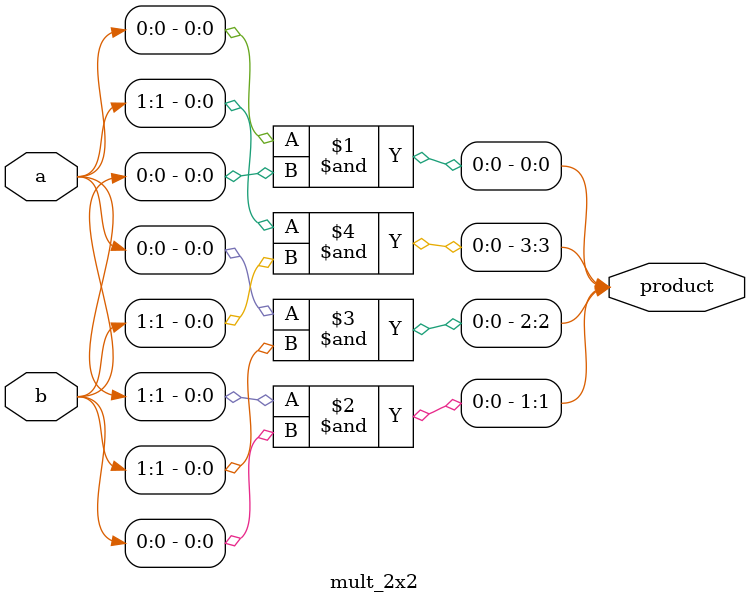
<source format=v>
`timescale 1ns / 1ps


module mult_2x2(
    output [3:0]product,
    input [1:0]a,b
    );
    and (product[0],a[0],b[0]);  //gate level modelling
    and (product[1],a[1],b[0]);
    and (product[2],a[0],b[1]);
    and (product[3],a[1],b[1]);
    
    
    /*
    assign product=a*b;    //data flow modelling
    */
    /*
    output reg [3:0]product);    //behavioural modelling
    always @(*)
        begin
            product=a*b;
        end
    */
endmodule

</source>
